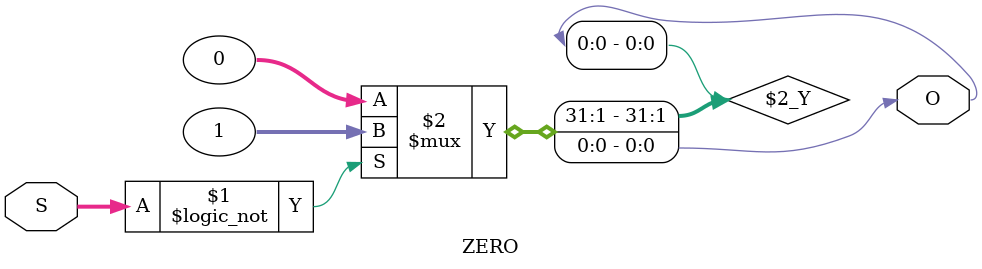
<source format=v>
`timescale 1ns / 1ps
module ZERO(
    input [31:0] S,
    output O
    );

assign O = (S==32'b0) ? 1:0 ;
endmodule

</source>
